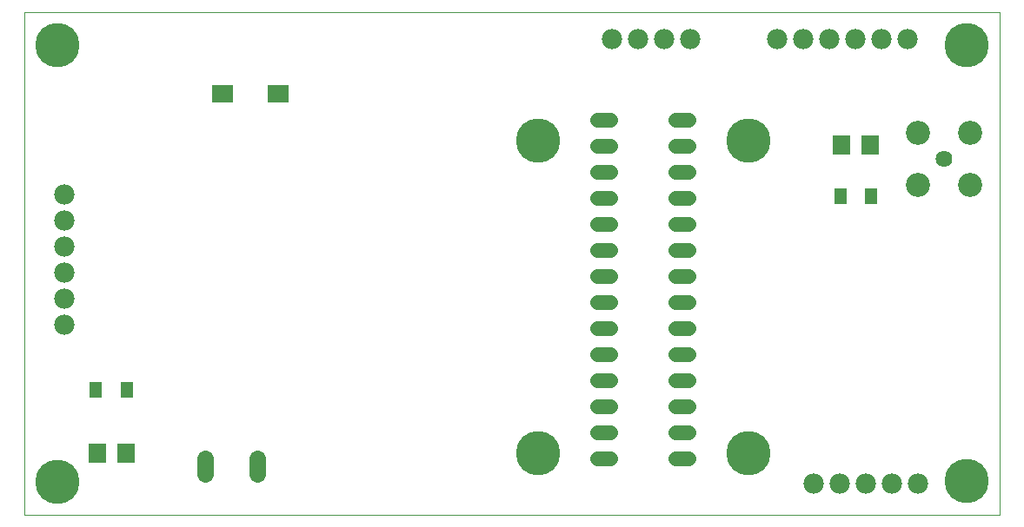
<source format=gbs>
G75*
%MOIN*%
%OFA0B0*%
%FSLAX24Y24*%
%IPPOS*%
%LPD*%
%AMOC8*
5,1,8,0,0,1.08239X$1,22.5*
%
%ADD10C,0.0000*%
%ADD11C,0.0560*%
%ADD12C,0.0780*%
%ADD13R,0.0512X0.0591*%
%ADD14R,0.0670X0.0749*%
%ADD15C,0.0640*%
%ADD16C,0.0926*%
%ADD17C,0.0640*%
%ADD18C,0.1700*%
%ADD19R,0.0827X0.0670*%
D10*
X000100Y000100D02*
X000100Y019391D01*
X037502Y019391D01*
X037502Y000100D01*
X000100Y000100D01*
D11*
X022061Y002236D02*
X022581Y002236D01*
X022581Y003236D02*
X022061Y003236D01*
X022061Y004236D02*
X022581Y004236D01*
X022581Y005236D02*
X022061Y005236D01*
X022061Y006236D02*
X022581Y006236D01*
X022581Y007236D02*
X022061Y007236D01*
X022061Y008236D02*
X022581Y008236D01*
X022581Y009236D02*
X022061Y009236D01*
X022061Y010236D02*
X022581Y010236D01*
X022581Y011236D02*
X022061Y011236D01*
X022061Y012236D02*
X022581Y012236D01*
X022581Y013236D02*
X022061Y013236D01*
X022061Y014236D02*
X022581Y014236D01*
X022581Y015236D02*
X022061Y015236D01*
X025061Y015236D02*
X025581Y015236D01*
X025581Y014236D02*
X025061Y014236D01*
X025061Y013236D02*
X025581Y013236D01*
X025581Y012236D02*
X025061Y012236D01*
X025061Y011236D02*
X025581Y011236D01*
X025581Y010236D02*
X025061Y010236D01*
X025061Y009236D02*
X025581Y009236D01*
X025581Y008236D02*
X025061Y008236D01*
X025061Y007236D02*
X025581Y007236D01*
X025581Y006236D02*
X025061Y006236D01*
X025061Y005236D02*
X025581Y005236D01*
X025581Y004236D02*
X025061Y004236D01*
X025061Y003236D02*
X025581Y003236D01*
X025581Y002236D02*
X025061Y002236D01*
D12*
X030352Y001281D03*
X031352Y001281D03*
X032352Y001281D03*
X033352Y001281D03*
X034352Y001281D03*
X001620Y007376D03*
X001620Y008376D03*
X001620Y009376D03*
X001620Y010376D03*
X001620Y011376D03*
X001620Y012376D03*
X022636Y018340D03*
X023636Y018340D03*
X024636Y018340D03*
X025636Y018340D03*
X028972Y018355D03*
X029972Y018355D03*
X030972Y018355D03*
X031972Y018355D03*
X032972Y018355D03*
X033972Y018355D03*
D13*
X032580Y012305D03*
X031399Y012305D03*
X004026Y004877D03*
X002845Y004877D03*
D14*
X002900Y002452D03*
X004003Y002452D03*
X031439Y014273D03*
X032541Y014273D03*
D15*
X035368Y013761D03*
D16*
X036368Y012761D03*
X034368Y012761D03*
X034368Y014761D03*
X036368Y014761D03*
D17*
X009037Y002250D02*
X009037Y001650D01*
X007037Y001650D02*
X007037Y002250D01*
D18*
X001379Y001360D03*
X019785Y002462D03*
X027853Y002462D03*
X036237Y001370D03*
X027853Y014467D03*
X019785Y014467D03*
X036237Y018126D03*
X001373Y018130D03*
D19*
X007698Y016242D03*
X009824Y016242D03*
M02*

</source>
